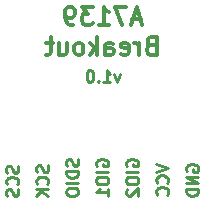
<source format=gbr>
G04 #@! TF.GenerationSoftware,KiCad,Pcbnew,(5.0.0-3-g5ebb6b6)*
G04 #@! TF.CreationDate,2018-08-09T19:39:11+10:00*
G04 #@! TF.ProjectId,A7139-Breakout,41373133392D427265616B6F75742E6B,rev?*
G04 #@! TF.SameCoordinates,Original*
G04 #@! TF.FileFunction,Legend,Bot*
G04 #@! TF.FilePolarity,Positive*
%FSLAX46Y46*%
G04 Gerber Fmt 4.6, Leading zero omitted, Abs format (unit mm)*
G04 Created by KiCad (PCBNEW (5.0.0-3-g5ebb6b6)) date Thursday, 09 August 2018 at 07:39:11 PM*
%MOMM*%
%LPD*%
G01*
G04 APERTURE LIST*
%ADD10C,0.250000*%
%ADD11C,0.300000*%
G04 APERTURE END LIST*
D10*
X137318571Y-113577714D02*
X137080476Y-114244380D01*
X136842380Y-113577714D01*
X135937619Y-114244380D02*
X136509047Y-114244380D01*
X136223333Y-114244380D02*
X136223333Y-113244380D01*
X136318571Y-113387238D01*
X136413809Y-113482476D01*
X136509047Y-113530095D01*
X135509047Y-114149142D02*
X135461428Y-114196761D01*
X135509047Y-114244380D01*
X135556666Y-114196761D01*
X135509047Y-114149142D01*
X135509047Y-114244380D01*
X134842380Y-113244380D02*
X134747142Y-113244380D01*
X134651904Y-113292000D01*
X134604285Y-113339619D01*
X134556666Y-113434857D01*
X134509047Y-113625333D01*
X134509047Y-113863428D01*
X134556666Y-114053904D01*
X134604285Y-114149142D01*
X134651904Y-114196761D01*
X134747142Y-114244380D01*
X134842380Y-114244380D01*
X134937619Y-114196761D01*
X134985238Y-114149142D01*
X135032857Y-114053904D01*
X135080476Y-113863428D01*
X135080476Y-113625333D01*
X135032857Y-113434857D01*
X134985238Y-113339619D01*
X134937619Y-113292000D01*
X134842380Y-113244380D01*
D11*
X139104285Y-108957000D02*
X138390000Y-108957000D01*
X139247142Y-109385571D02*
X138747142Y-107885571D01*
X138247142Y-109385571D01*
X137890000Y-107885571D02*
X136890000Y-107885571D01*
X137532857Y-109385571D01*
X135532857Y-109385571D02*
X136390000Y-109385571D01*
X135961428Y-109385571D02*
X135961428Y-107885571D01*
X136104285Y-108099857D01*
X136247142Y-108242714D01*
X136390000Y-108314142D01*
X135032857Y-107885571D02*
X134104285Y-107885571D01*
X134604285Y-108457000D01*
X134390000Y-108457000D01*
X134247142Y-108528428D01*
X134175714Y-108599857D01*
X134104285Y-108742714D01*
X134104285Y-109099857D01*
X134175714Y-109242714D01*
X134247142Y-109314142D01*
X134390000Y-109385571D01*
X134818571Y-109385571D01*
X134961428Y-109314142D01*
X135032857Y-109242714D01*
X133390000Y-109385571D02*
X133104285Y-109385571D01*
X132961428Y-109314142D01*
X132890000Y-109242714D01*
X132747142Y-109028428D01*
X132675714Y-108742714D01*
X132675714Y-108171285D01*
X132747142Y-108028428D01*
X132818571Y-107957000D01*
X132961428Y-107885571D01*
X133247142Y-107885571D01*
X133390000Y-107957000D01*
X133461428Y-108028428D01*
X133532857Y-108171285D01*
X133532857Y-108528428D01*
X133461428Y-108671285D01*
X133390000Y-108742714D01*
X133247142Y-108814142D01*
X132961428Y-108814142D01*
X132818571Y-108742714D01*
X132747142Y-108671285D01*
X132675714Y-108528428D01*
X139961428Y-111149857D02*
X139747142Y-111221285D01*
X139675714Y-111292714D01*
X139604285Y-111435571D01*
X139604285Y-111649857D01*
X139675714Y-111792714D01*
X139747142Y-111864142D01*
X139890000Y-111935571D01*
X140461428Y-111935571D01*
X140461428Y-110435571D01*
X139961428Y-110435571D01*
X139818571Y-110507000D01*
X139747142Y-110578428D01*
X139675714Y-110721285D01*
X139675714Y-110864142D01*
X139747142Y-111007000D01*
X139818571Y-111078428D01*
X139961428Y-111149857D01*
X140461428Y-111149857D01*
X138961428Y-111935571D02*
X138961428Y-110935571D01*
X138961428Y-111221285D02*
X138890000Y-111078428D01*
X138818571Y-111007000D01*
X138675714Y-110935571D01*
X138532857Y-110935571D01*
X137461428Y-111864142D02*
X137604285Y-111935571D01*
X137890000Y-111935571D01*
X138032857Y-111864142D01*
X138104285Y-111721285D01*
X138104285Y-111149857D01*
X138032857Y-111007000D01*
X137890000Y-110935571D01*
X137604285Y-110935571D01*
X137461428Y-111007000D01*
X137390000Y-111149857D01*
X137390000Y-111292714D01*
X138104285Y-111435571D01*
X136104285Y-111935571D02*
X136104285Y-111149857D01*
X136175714Y-111007000D01*
X136318571Y-110935571D01*
X136604285Y-110935571D01*
X136747142Y-111007000D01*
X136104285Y-111864142D02*
X136247142Y-111935571D01*
X136604285Y-111935571D01*
X136747142Y-111864142D01*
X136818571Y-111721285D01*
X136818571Y-111578428D01*
X136747142Y-111435571D01*
X136604285Y-111364142D01*
X136247142Y-111364142D01*
X136104285Y-111292714D01*
X135390000Y-111935571D02*
X135390000Y-110435571D01*
X135247142Y-111364142D02*
X134818571Y-111935571D01*
X134818571Y-110935571D02*
X135390000Y-111507000D01*
X133961428Y-111935571D02*
X134104285Y-111864142D01*
X134175714Y-111792714D01*
X134247142Y-111649857D01*
X134247142Y-111221285D01*
X134175714Y-111078428D01*
X134104285Y-111007000D01*
X133961428Y-110935571D01*
X133747142Y-110935571D01*
X133604285Y-111007000D01*
X133532857Y-111078428D01*
X133461428Y-111221285D01*
X133461428Y-111649857D01*
X133532857Y-111792714D01*
X133604285Y-111864142D01*
X133747142Y-111935571D01*
X133961428Y-111935571D01*
X132175714Y-110935571D02*
X132175714Y-111935571D01*
X132818571Y-110935571D02*
X132818571Y-111721285D01*
X132747142Y-111864142D01*
X132604285Y-111935571D01*
X132390000Y-111935571D01*
X132247142Y-111864142D01*
X132175714Y-111792714D01*
X131675714Y-110935571D02*
X131104285Y-110935571D01*
X131461428Y-110435571D02*
X131461428Y-111721285D01*
X131390000Y-111864142D01*
X131247142Y-111935571D01*
X131104285Y-111935571D01*
D10*
X135390000Y-121353214D02*
X135342380Y-121257976D01*
X135342380Y-121115119D01*
X135390000Y-120972261D01*
X135485238Y-120877023D01*
X135580476Y-120829404D01*
X135770952Y-120781785D01*
X135913809Y-120781785D01*
X136104285Y-120829404D01*
X136199523Y-120877023D01*
X136294761Y-120972261D01*
X136342380Y-121115119D01*
X136342380Y-121210357D01*
X136294761Y-121353214D01*
X136247142Y-121400833D01*
X135913809Y-121400833D01*
X135913809Y-121210357D01*
X136342380Y-121829404D02*
X135342380Y-121829404D01*
X135342380Y-122496071D02*
X135342380Y-122686547D01*
X135390000Y-122781785D01*
X135485238Y-122877023D01*
X135675714Y-122924642D01*
X136009047Y-122924642D01*
X136199523Y-122877023D01*
X136294761Y-122781785D01*
X136342380Y-122686547D01*
X136342380Y-122496071D01*
X136294761Y-122400833D01*
X136199523Y-122305595D01*
X136009047Y-122257976D01*
X135675714Y-122257976D01*
X135485238Y-122305595D01*
X135390000Y-122400833D01*
X135342380Y-122496071D01*
X136342380Y-123877023D02*
X136342380Y-123305595D01*
X136342380Y-123591309D02*
X135342380Y-123591309D01*
X135485238Y-123496071D01*
X135580476Y-123400833D01*
X135628095Y-123305595D01*
X137930000Y-121353214D02*
X137882380Y-121257976D01*
X137882380Y-121115119D01*
X137930000Y-120972261D01*
X138025238Y-120877023D01*
X138120476Y-120829404D01*
X138310952Y-120781785D01*
X138453809Y-120781785D01*
X138644285Y-120829404D01*
X138739523Y-120877023D01*
X138834761Y-120972261D01*
X138882380Y-121115119D01*
X138882380Y-121210357D01*
X138834761Y-121353214D01*
X138787142Y-121400833D01*
X138453809Y-121400833D01*
X138453809Y-121210357D01*
X138882380Y-121829404D02*
X137882380Y-121829404D01*
X137882380Y-122496071D02*
X137882380Y-122686547D01*
X137930000Y-122781785D01*
X138025238Y-122877023D01*
X138215714Y-122924642D01*
X138549047Y-122924642D01*
X138739523Y-122877023D01*
X138834761Y-122781785D01*
X138882380Y-122686547D01*
X138882380Y-122496071D01*
X138834761Y-122400833D01*
X138739523Y-122305595D01*
X138549047Y-122257976D01*
X138215714Y-122257976D01*
X138025238Y-122305595D01*
X137930000Y-122400833D01*
X137882380Y-122496071D01*
X137977619Y-123305595D02*
X137930000Y-123353214D01*
X137882380Y-123448452D01*
X137882380Y-123686547D01*
X137930000Y-123781785D01*
X137977619Y-123829404D01*
X138072857Y-123877023D01*
X138168095Y-123877023D01*
X138310952Y-123829404D01*
X138882380Y-123257976D01*
X138882380Y-123877023D01*
X143010000Y-121781785D02*
X142962380Y-121686547D01*
X142962380Y-121543690D01*
X143010000Y-121400833D01*
X143105238Y-121305595D01*
X143200476Y-121257976D01*
X143390952Y-121210357D01*
X143533809Y-121210357D01*
X143724285Y-121257976D01*
X143819523Y-121305595D01*
X143914761Y-121400833D01*
X143962380Y-121543690D01*
X143962380Y-121638928D01*
X143914761Y-121781785D01*
X143867142Y-121829404D01*
X143533809Y-121829404D01*
X143533809Y-121638928D01*
X143962380Y-122257976D02*
X142962380Y-122257976D01*
X143962380Y-122829404D01*
X142962380Y-122829404D01*
X143962380Y-123305595D02*
X142962380Y-123305595D01*
X142962380Y-123543690D01*
X143010000Y-123686547D01*
X143105238Y-123781785D01*
X143200476Y-123829404D01*
X143390952Y-123877023D01*
X143533809Y-123877023D01*
X143724285Y-123829404D01*
X143819523Y-123781785D01*
X143914761Y-123686547D01*
X143962380Y-123543690D01*
X143962380Y-123305595D01*
X131214761Y-121305595D02*
X131262380Y-121448452D01*
X131262380Y-121686547D01*
X131214761Y-121781785D01*
X131167142Y-121829404D01*
X131071904Y-121877023D01*
X130976666Y-121877023D01*
X130881428Y-121829404D01*
X130833809Y-121781785D01*
X130786190Y-121686547D01*
X130738571Y-121496071D01*
X130690952Y-121400833D01*
X130643333Y-121353214D01*
X130548095Y-121305595D01*
X130452857Y-121305595D01*
X130357619Y-121353214D01*
X130310000Y-121400833D01*
X130262380Y-121496071D01*
X130262380Y-121734166D01*
X130310000Y-121877023D01*
X131167142Y-122877023D02*
X131214761Y-122829404D01*
X131262380Y-122686547D01*
X131262380Y-122591309D01*
X131214761Y-122448452D01*
X131119523Y-122353214D01*
X131024285Y-122305595D01*
X130833809Y-122257976D01*
X130690952Y-122257976D01*
X130500476Y-122305595D01*
X130405238Y-122353214D01*
X130310000Y-122448452D01*
X130262380Y-122591309D01*
X130262380Y-122686547D01*
X130310000Y-122829404D01*
X130357619Y-122877023D01*
X131262380Y-123305595D02*
X130262380Y-123305595D01*
X131262380Y-123877023D02*
X130690952Y-123448452D01*
X130262380Y-123877023D02*
X130833809Y-123305595D01*
X140422380Y-121205595D02*
X141422380Y-121538928D01*
X140422380Y-121872261D01*
X141327142Y-122777023D02*
X141374761Y-122729404D01*
X141422380Y-122586547D01*
X141422380Y-122491309D01*
X141374761Y-122348452D01*
X141279523Y-122253214D01*
X141184285Y-122205595D01*
X140993809Y-122157976D01*
X140850952Y-122157976D01*
X140660476Y-122205595D01*
X140565238Y-122253214D01*
X140470000Y-122348452D01*
X140422380Y-122491309D01*
X140422380Y-122586547D01*
X140470000Y-122729404D01*
X140517619Y-122777023D01*
X141327142Y-123777023D02*
X141374761Y-123729404D01*
X141422380Y-123586547D01*
X141422380Y-123491309D01*
X141374761Y-123348452D01*
X141279523Y-123253214D01*
X141184285Y-123205595D01*
X140993809Y-123157976D01*
X140850952Y-123157976D01*
X140660476Y-123205595D01*
X140565238Y-123253214D01*
X140470000Y-123348452D01*
X140422380Y-123491309D01*
X140422380Y-123586547D01*
X140470000Y-123729404D01*
X140517619Y-123777023D01*
X133754761Y-120781785D02*
X133802380Y-120924642D01*
X133802380Y-121162738D01*
X133754761Y-121257976D01*
X133707142Y-121305595D01*
X133611904Y-121353214D01*
X133516666Y-121353214D01*
X133421428Y-121305595D01*
X133373809Y-121257976D01*
X133326190Y-121162738D01*
X133278571Y-120972261D01*
X133230952Y-120877023D01*
X133183333Y-120829404D01*
X133088095Y-120781785D01*
X132992857Y-120781785D01*
X132897619Y-120829404D01*
X132850000Y-120877023D01*
X132802380Y-120972261D01*
X132802380Y-121210357D01*
X132850000Y-121353214D01*
X133802380Y-121781785D02*
X132802380Y-121781785D01*
X132802380Y-122019880D01*
X132850000Y-122162738D01*
X132945238Y-122257976D01*
X133040476Y-122305595D01*
X133230952Y-122353214D01*
X133373809Y-122353214D01*
X133564285Y-122305595D01*
X133659523Y-122257976D01*
X133754761Y-122162738D01*
X133802380Y-122019880D01*
X133802380Y-121781785D01*
X133802380Y-122781785D02*
X132802380Y-122781785D01*
X132802380Y-123448452D02*
X132802380Y-123638928D01*
X132850000Y-123734166D01*
X132945238Y-123829404D01*
X133135714Y-123877023D01*
X133469047Y-123877023D01*
X133659523Y-123829404D01*
X133754761Y-123734166D01*
X133802380Y-123638928D01*
X133802380Y-123448452D01*
X133754761Y-123353214D01*
X133659523Y-123257976D01*
X133469047Y-123210357D01*
X133135714Y-123210357D01*
X132945238Y-123257976D01*
X132850000Y-123353214D01*
X132802380Y-123448452D01*
X128674761Y-121353214D02*
X128722380Y-121496071D01*
X128722380Y-121734166D01*
X128674761Y-121829404D01*
X128627142Y-121877023D01*
X128531904Y-121924642D01*
X128436666Y-121924642D01*
X128341428Y-121877023D01*
X128293809Y-121829404D01*
X128246190Y-121734166D01*
X128198571Y-121543690D01*
X128150952Y-121448452D01*
X128103333Y-121400833D01*
X128008095Y-121353214D01*
X127912857Y-121353214D01*
X127817619Y-121400833D01*
X127770000Y-121448452D01*
X127722380Y-121543690D01*
X127722380Y-121781785D01*
X127770000Y-121924642D01*
X128627142Y-122924642D02*
X128674761Y-122877023D01*
X128722380Y-122734166D01*
X128722380Y-122638928D01*
X128674761Y-122496071D01*
X128579523Y-122400833D01*
X128484285Y-122353214D01*
X128293809Y-122305595D01*
X128150952Y-122305595D01*
X127960476Y-122353214D01*
X127865238Y-122400833D01*
X127770000Y-122496071D01*
X127722380Y-122638928D01*
X127722380Y-122734166D01*
X127770000Y-122877023D01*
X127817619Y-122924642D01*
X128674761Y-123305595D02*
X128722380Y-123448452D01*
X128722380Y-123686547D01*
X128674761Y-123781785D01*
X128627142Y-123829404D01*
X128531904Y-123877023D01*
X128436666Y-123877023D01*
X128341428Y-123829404D01*
X128293809Y-123781785D01*
X128246190Y-123686547D01*
X128198571Y-123496071D01*
X128150952Y-123400833D01*
X128103333Y-123353214D01*
X128008095Y-123305595D01*
X127912857Y-123305595D01*
X127817619Y-123353214D01*
X127770000Y-123400833D01*
X127722380Y-123496071D01*
X127722380Y-123734166D01*
X127770000Y-123877023D01*
M02*

</source>
